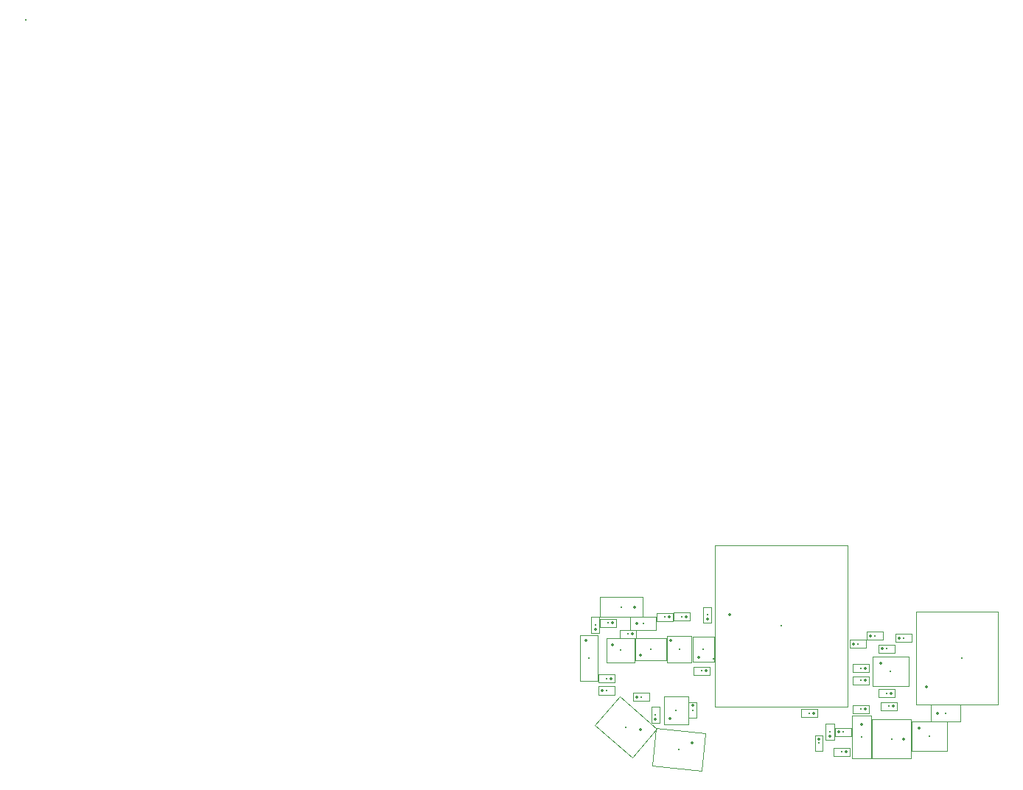
<source format=gbr>
%TF.GenerationSoftware,KiCad,Pcbnew,(6.0.0)*%
%TF.CreationDate,2022-03-23T01:13:25-05:00*%
%TF.ProjectId,temp sensor,74656d70-2073-4656-9e73-6f722e6b6963,0.3*%
%TF.SameCoordinates,Original*%
%TF.FileFunction,Component,L1,Top*%
%TF.FilePolarity,Positive*%
%FSLAX46Y46*%
G04 Gerber Fmt 4.6, Leading zero omitted, Abs format (unit mm)*
G04 Created by KiCad (PCBNEW (6.0.0)) date 2022-03-23 01:13:25*
%MOMM*%
%LPD*%
G01*
G04 APERTURE LIST*
%TA.AperFunction,ComponentMain*%
%ADD10C,0.300000*%
%TD*%
%TA.AperFunction,ComponentOutline,Courtyard*%
%ADD11C,0.100000*%
%TD*%
%TA.AperFunction,ComponentPin*%
%ADD12P,0.360000X4X0.000000*%
%TD*%
%TA.AperFunction,ComponentPin*%
%ADD13C,0.000000*%
%TD*%
G04 APERTURE END LIST*
D10*
%TO.C,"U5"*%
%TO.CFtp,"SOT-23-6"*%
%TO.CVal,"SN65220"*%
%TO.CLbN,"Package_TO_SOT_SMD"*%
%TO.CMnt,SMD*%
%TO.CRot,0*%
X152913080Y-94140020D03*
D11*
X154963079Y-95840019D02*
X150863081Y-95840019D01*
X150863081Y-92440021D01*
X154963079Y-92440021D01*
X154963079Y-95840019D01*
D12*
%TO.P,"U5","1"*%
X151775580Y-93190020D03*
D13*
%TO.P,"U5","2","GND"*%
X151775580Y-94140020D03*
%TO.P,"U5","3"*%
X151775580Y-95090020D03*
%TO.P,"U5","4","B"*%
X154050580Y-95090020D03*
%TO.P,"U5","5","GND"*%
X154050580Y-94140020D03*
%TO.P,"U5","6","A"*%
X154050580Y-93190020D03*
%TD*%
D10*
%TO.C,"U3"*%
%TO.CFtp,"Bosch_LGA-8_2.5x2.5mm_P0.65mm_ClockwisePinNumbering"*%
%TO.CVal,"BME280"*%
%TO.CLbN,"Package_LGA"*%
%TO.CMnt,SMD*%
%TO.CRot,0*%
X128632000Y-91630000D03*
D11*
X130041999Y-93169999D02*
X127222001Y-93169999D01*
X127222001Y-90090001D01*
X130041999Y-90090001D01*
X130041999Y-93169999D01*
D12*
%TO.P,"U3","1","GND"*%
X127657000Y-90605000D03*
D13*
%TO.P,"U3","2","CSB"*%
X128307000Y-90605000D03*
%TO.P,"U3","3","SDI"*%
X128957000Y-90605000D03*
%TO.P,"U3","4","SCK"*%
X129607000Y-90605000D03*
%TO.P,"U3","5","SDO"*%
X129607000Y-92655000D03*
%TO.P,"U3","6","VDDIO"*%
X128957000Y-92655000D03*
%TO.P,"U3","7","GND"*%
X128307000Y-92655000D03*
%TO.P,"U3","8","VDD"*%
X127657000Y-92655000D03*
%TD*%
D10*
%TO.C,"C2"*%
%TO.CFtp,"C_0402_1005Metric"*%
%TO.CVal,"0.1u"*%
%TO.CLbN,"Capacitor_SMD"*%
%TO.CMnt,SMD*%
%TO.CRot,-90*%
X144668000Y-102390000D03*
D11*
X145127999Y-103299999D02*
X144208001Y-103299999D01*
X144208001Y-101480001D01*
X145127999Y-101480001D01*
X145127999Y-103299999D01*
D12*
%TO.P,"C2","1"*%
X144668000Y-101910000D03*
D13*
%TO.P,"C2","2"*%
X144668000Y-102870000D03*
%TD*%
D10*
%TO.C,"L2"*%
%TO.CFtp,"L_Taiyo-Yuden_MD-4040"*%
%TO.CVal,"2.2uH"*%
%TO.CLbN,"Inductor_SMD"*%
%TO.CMnt,SMD*%
%TO.CRot,180*%
X153033000Y-101921000D03*
D11*
X155282999Y-104170999D02*
X150783001Y-104170999D01*
X150783001Y-99671001D01*
X155282999Y-99671001D01*
X155282999Y-104170999D01*
D12*
%TO.P,"L2","1"*%
X154433000Y-101921000D03*
D13*
%TO.P,"L2","2"*%
X151633000Y-101921000D03*
%TD*%
D10*
%TO.C,"R8"*%
%TO.CFtp,"R_0402_1005Metric"*%
%TO.CVal,"680k"*%
%TO.CLbN,"Resistor_SMD"*%
%TO.CMnt,SMD*%
%TO.CRot,0*%
X147478000Y-101110000D03*
D11*
X148407999Y-101579999D02*
X146548001Y-101579999D01*
X146548001Y-100640001D01*
X148407999Y-100640001D01*
X148407999Y-101579999D01*
D12*
%TO.P,"R8","1"*%
X146968000Y-101110000D03*
D13*
%TO.P,"R8","2"*%
X147988000Y-101110000D03*
%TD*%
D10*
%TO.C,"R1"*%
%TO.CFtp,"R_0402_1005Metric"*%
%TO.CVal,"499R"*%
%TO.CLbN,"Resistor_SMD"*%
%TO.CMnt,SMD*%
%TO.CRot,0*%
X151107760Y-90082220D03*
D11*
X152037759Y-90552219D02*
X150177761Y-90552219D01*
X150177761Y-89612221D01*
X152037759Y-89612221D01*
X152037759Y-90552219D01*
D12*
%TO.P,"R1","1"*%
X150597760Y-90082220D03*
D13*
%TO.P,"R1","2"*%
X151617760Y-90082220D03*
%TD*%
D10*
%TO.C,"R3"*%
%TO.CFtp,"R_0402_1005Metric"*%
%TO.CVal,"200"*%
%TO.CLbN,"Resistor_SMD"*%
%TO.CMnt,SMD*%
%TO.CRot,180*%
X120248000Y-94970000D03*
D11*
X121177999Y-95439999D02*
X119318001Y-95439999D01*
X119318001Y-94500001D01*
X121177999Y-94500001D01*
X121177999Y-95439999D01*
D12*
%TO.P,"R3","1"*%
X120758000Y-94970000D03*
D13*
%TO.P,"R3","2"*%
X119738000Y-94970000D03*
%TD*%
D10*
%TO.C,"R15"*%
%TO.CFtp,"R_0402_1005Metric"*%
%TO.CVal,"100"*%
%TO.CLbN,"Resistor_SMD"*%
%TO.CMnt,SMD*%
%TO.CRot,90*%
X118978000Y-88790000D03*
D11*
X119447999Y-89719999D02*
X118508001Y-89719999D01*
X118508001Y-87860001D01*
X119447999Y-87860001D01*
X119447999Y-89719999D01*
D12*
%TO.P,"R15","1"*%
X118978000Y-89300000D03*
D13*
%TO.P,"R15","2"*%
X118978000Y-88280000D03*
%TD*%
D10*
%TO.C,"R13"*%
%TO.CFtp,"R_0402_1005Metric"*%
%TO.CVal,"27"*%
%TO.CLbN,"Resistor_SMD"*%
%TO.CMnt,SMD*%
%TO.CRot,180*%
X149498000Y-95180000D03*
D11*
X150427999Y-95649999D02*
X148568001Y-95649999D01*
X148568001Y-94710001D01*
X150427999Y-94710001D01*
X150427999Y-95649999D01*
D12*
%TO.P,"R13","1"*%
X150008000Y-95180000D03*
D13*
%TO.P,"R13","2"*%
X148988000Y-95180000D03*
%TD*%
D10*
%TO.C,"U2"*%
%TO.CFtp,"SOT-23-5"*%
%TO.CVal,"TLV62569DBV"*%
%TO.CLbN,"Package_TO_SOT_SMD"*%
%TO.CMnt,SMD*%
%TO.CRot,0*%
X157358000Y-101630000D03*
D11*
X159407999Y-103329999D02*
X155308001Y-103329999D01*
X155308001Y-99930001D01*
X159407999Y-99930001D01*
X159407999Y-103329999D01*
D12*
%TO.P,"U2","1","EN"*%
X156220500Y-100680000D03*
D13*
%TO.P,"U2","2","GND"*%
X156220500Y-101630000D03*
%TO.P,"U2","3","SW"*%
X156220500Y-102580000D03*
%TO.P,"U2","4","VIN"*%
X158495500Y-102580000D03*
%TO.P,"U2","5","FB"*%
X158495500Y-100680000D03*
%TD*%
D10*
%TO.C,"U1"*%
%TO.CFtp,"Sensirion_DFN-4-1EP_2x2mm_P1mm_EP0.7x1.6mm"*%
%TO.CVal,"SHTC3"*%
%TO.CLbN,"Sensor_Humidity"*%
%TO.CMnt,SMD*%
%TO.CRot,90*%
X131408000Y-91640000D03*
D11*
X132657999Y-93089999D02*
X130158001Y-93089999D01*
X130158001Y-90190001D01*
X132657999Y-90190001D01*
X132657999Y-93089999D01*
D12*
%TO.P,"U1","1","VDD"*%
X130908000Y-92565000D03*
D13*
%TO.P,"U1","2","SCL"*%
X131908000Y-92565000D03*
%TO.P,"U1","3","SDA"*%
X131908000Y-90715000D03*
%TO.P,"U1","4","VSS"*%
X130908000Y-90715000D03*
%TO.P,"U1","5","GND"*%
X131408000Y-91640000D03*
%TD*%
D10*
%TO.C,"C8"*%
%TO.CFtp,"C_0805_2012Metric"*%
%TO.CVal,"4.7u"*%
%TO.CLbN,"Capacitor_SMD"*%
%TO.CMnt,SMD*%
%TO.CRot,0*%
X159207200Y-98948240D03*
D11*
X160907199Y-99928239D02*
X157507201Y-99928239D01*
X157507201Y-97968241D01*
X160907199Y-97968241D01*
X160907199Y-99928239D01*
D12*
%TO.P,"C8","1"*%
X158257200Y-98948240D03*
D13*
%TO.P,"C8","2"*%
X160157200Y-98948240D03*
%TD*%
D10*
%TO.C,"R11"*%
%TO.CFtp,"R_0402_1005Metric"*%
%TO.CVal,"15K"*%
%TO.CLbN,"Resistor_SMD"*%
%TO.CMnt,SMD*%
%TO.CRot,180*%
X152491440Y-96672400D03*
D11*
X153421439Y-97142399D02*
X151561441Y-97142399D01*
X151561441Y-96202401D01*
X153421439Y-96202401D01*
X153421439Y-97142399D01*
D12*
%TO.P,"R11","1"*%
X153001440Y-96672400D03*
D13*
%TO.P,"R11","2"*%
X151981440Y-96672400D03*
%TD*%
D10*
%TO.C,"R14"*%
%TO.CFtp,"R_0402_1005Metric"*%
%TO.CVal,"100"*%
%TO.CLbN,"Resistor_SMD"*%
%TO.CMnt,SMD*%
%TO.CRot,0*%
X120268000Y-96360000D03*
D11*
X121197999Y-96829999D02*
X119338001Y-96829999D01*
X119338001Y-95890001D01*
X121197999Y-95890001D01*
X121197999Y-96829999D01*
D12*
%TO.P,"R14","1"*%
X119758000Y-96360000D03*
D13*
%TO.P,"R14","2"*%
X120778000Y-96360000D03*
%TD*%
D10*
%TO.C,"R12"*%
%TO.CFtp,"R_0402_1005Metric"*%
%TO.CVal,"27"*%
%TO.CLbN,"Resistor_SMD"*%
%TO.CMnt,SMD*%
%TO.CRot,180*%
X149494240Y-93799660D03*
D11*
X150424239Y-94269659D02*
X148564241Y-94269659D01*
X148564241Y-93329661D01*
X150424239Y-93329661D01*
X150424239Y-94269659D01*
D12*
%TO.P,"R12","1"*%
X150004240Y-93799660D03*
D13*
%TO.P,"R12","2"*%
X148984240Y-93799660D03*
%TD*%
D10*
%TO.C,"R17"*%
%TO.CFtp,"R_0402_1005Metric"*%
%TO.CVal,"10K"*%
%TO.CLbN,"Resistor_SMD"*%
%TO.CMnt,SMD*%
%TO.CRot,180*%
X128908000Y-87870000D03*
D11*
X129837999Y-88339999D02*
X127978001Y-88339999D01*
X127978001Y-87400001D01*
X129837999Y-87400001D01*
X129837999Y-88339999D01*
D12*
%TO.P,"R17","1"*%
X129418000Y-87870000D03*
D13*
%TO.P,"R17","2"*%
X128398000Y-87870000D03*
%TD*%
D10*
%TO.C,"R2"*%
%TO.CFtp,"R_0402_1005Metric"*%
%TO.CVal,"499R"*%
%TO.CLbN,"Resistor_SMD"*%
%TO.CMnt,SMD*%
%TO.CRot,0*%
X149168000Y-90980000D03*
D11*
X150097999Y-91449999D02*
X148238001Y-91449999D01*
X148238001Y-90510001D01*
X150097999Y-90510001D01*
X150097999Y-91449999D01*
D12*
%TO.P,"R2","1"*%
X148658000Y-90980000D03*
D13*
%TO.P,"R2","2"*%
X149678000Y-90980000D03*
%TD*%
D10*
%TO.C,"C4"*%
%TO.CFtp,"C_0402_1005Metric"*%
%TO.CVal,"0.1u"*%
%TO.CLbN,"Capacitor_SMD"*%
%TO.CMnt,SMD*%
%TO.CRot,0*%
X124248000Y-97100000D03*
D11*
X125157999Y-97559999D02*
X123338001Y-97559999D01*
X123338001Y-96640001D01*
X125157999Y-96640001D01*
X125157999Y-97559999D01*
D12*
%TO.P,"C4","1"*%
X123768000Y-97100000D03*
D13*
%TO.P,"C4","2"*%
X124728000Y-97100000D03*
%TD*%
D10*
%TO.C,"J1"*%
%TO.CFtp,"USB_C_Receptacle_HRO_TYPE-C-31-M-12"*%
%TO.CVal,"USB_C_Receptacle_USB2.0"*%
%TO.CLbN,"Connector_USB"*%
%TO.CMnt,SMD*%
%TO.CRot,90*%
X161096960Y-92643960D03*
D11*
X165246959Y-97963959D02*
X155826961Y-97963959D01*
X155826961Y-87323961D01*
X165246959Y-87323961D01*
X165246959Y-97963959D01*
D12*
%TO.P,"J1","A1","GND"*%
X157051960Y-95893960D03*
D13*
%TO.P,"J1",*%
X158496960Y-89753960D03*
X158496960Y-95533960D03*
%TO.P,"J1","A4","VBUS"*%
X157051960Y-95093960D03*
%TO.P,"J1","A5","CC1"*%
X157051960Y-93893960D03*
%TO.P,"J1","A6","D+"*%
X157051960Y-92893960D03*
%TO.P,"J1","A7","D-"*%
X157051960Y-92393960D03*
%TO.P,"J1","A8","SBU1"*%
X157051960Y-91393960D03*
%TO.P,"J1","A9","VBUS"*%
X157051960Y-90193960D03*
%TO.P,"J1","A12","GND"*%
X157051960Y-89393960D03*
%TO.P,"J1","B1","GND"*%
X157051960Y-89393960D03*
%TO.P,"J1","B4","VBUS"*%
X157051960Y-90193960D03*
%TO.P,"J1","B5","CC2"*%
X157051960Y-90893960D03*
%TO.P,"J1","B6","D+"*%
X157051960Y-91893960D03*
%TO.P,"J1","B7","D-"*%
X157051960Y-93393960D03*
%TO.P,"J1","B8","SBU2"*%
X157051960Y-94393960D03*
%TO.P,"J1","B9","VBUS"*%
X157051960Y-95093960D03*
%TO.P,"J1","B12","GND"*%
X157051960Y-95893960D03*
%TO.P,"J1","S1","SHIELD"*%
X157966960Y-88323960D03*
X157966960Y-96963960D03*
X162146960Y-96963960D03*
X162146960Y-88323960D03*
%TD*%
D10*
%TO.C,"R5"*%
%TO.CFtp,"R_0402_1005Metric"*%
%TO.CVal,"10K"*%
%TO.CLbN,"Resistor_SMD"*%
%TO.CMnt,SMD*%
%TO.CRot,90*%
X125878000Y-99110000D03*
D11*
X126347999Y-100039999D02*
X125408001Y-100039999D01*
X125408001Y-98180001D01*
X126347999Y-98180001D01*
X126347999Y-100039999D01*
D12*
%TO.P,"R5","1"*%
X125878000Y-99620000D03*
D13*
%TO.P,"R5","2"*%
X125878000Y-98600000D03*
%TD*%
D10*
%TO.C,"R7"*%
%TO.CFtp,"R_0402_1005Metric"*%
%TO.CVal,"10K"*%
%TO.CLbN,"Resistor_SMD"*%
%TO.CMnt,SMD*%
%TO.CRot,180*%
X131238000Y-94100000D03*
D11*
X132167999Y-94569999D02*
X130308001Y-94569999D01*
X130308001Y-93630001D01*
X132167999Y-93630001D01*
X132167999Y-94569999D01*
D12*
%TO.P,"R7","1"*%
X131748000Y-94100000D03*
D13*
%TO.P,"R7","2"*%
X130728000Y-94100000D03*
%TD*%
D10*
%TO.C,"R19"*%
%TO.CFtp,"R_0402_1005Metric"*%
%TO.CVal,"5.1k"*%
%TO.CLbN,"Resistor_SMD"*%
%TO.CMnt,SMD*%
%TO.CRot,0*%
X154418000Y-90330000D03*
D11*
X155347999Y-90799999D02*
X153488001Y-90799999D01*
X153488001Y-89860001D01*
X155347999Y-89860001D01*
X155347999Y-90799999D01*
D12*
%TO.P,"R19","1"*%
X153908000Y-90330000D03*
D13*
%TO.P,"R19","2"*%
X154928000Y-90330000D03*
%TD*%
D10*
%TO.C,"C6"*%
%TO.CFtp,"C_0402_1005Metric"*%
%TO.CVal,"0.01u"*%
%TO.CLbN,"Capacitor_SMD"*%
%TO.CMnt,SMD*%
%TO.CRot,180*%
X149498000Y-98483840D03*
D11*
X150407999Y-98943839D02*
X148588001Y-98943839D01*
X148588001Y-98023841D01*
X150407999Y-98023841D01*
X150407999Y-98943839D01*
D12*
%TO.P,"C6","1"*%
X149978000Y-98483840D03*
D13*
%TO.P,"C6","2"*%
X149018000Y-98483840D03*
%TD*%
D10*
%TO.C,"SW2"*%
%TO.CFtp,"SW_Push_1P1T-MP_NO_Horizontal_TL6340"*%
%TO.CVal,"SW_Push_Right_Angle"*%
%TO.CLbN,"Twig"*%
%TO.CMnt,SMD*%
%TO.CRot,-6*%
X128575000Y-103150000D03*
D11*
X131620504Y-101247922D02*
X131165805Y-105574092D01*
X125536813Y-104982461D01*
X125991512Y-100656291D01*
X131620504Y-101247922D01*
D12*
%TO.P,"SW2","1","1"*%
X130066633Y-102351544D03*
D13*
%TO.P,"SW2",*%
X128689981Y-102056026D03*
%TO.P,"SW2","2","2"*%
X127281971Y-102058864D03*
%TO.P,"SW2","MP"*%
X126718186Y-103357044D03*
X130348191Y-103738573D03*
%TD*%
D10*
%TO.C,"R4"*%
%TO.CFtp,"R_0402_1005Metric"*%
%TO.CVal,"10K"*%
%TO.CLbN,"Resistor_SMD"*%
%TO.CMnt,SMD*%
%TO.CRot,-90*%
X130178000Y-98600000D03*
D11*
X130647999Y-99529999D02*
X129708001Y-99529999D01*
X129708001Y-97670001D01*
X130647999Y-97670001D01*
X130647999Y-99529999D01*
D12*
%TO.P,"R4","1"*%
X130178000Y-98090000D03*
D13*
%TO.P,"R4","2"*%
X130178000Y-99110000D03*
%TD*%
D10*
%TO.C,"C5"*%
%TO.CFtp,"C_0402_1005Metric"*%
%TO.CVal,"0.1u"*%
%TO.CLbN,"Capacitor_SMD"*%
%TO.CMnt,SMD*%
%TO.CRot,90*%
X131848000Y-87660000D03*
D11*
X132307999Y-88569999D02*
X131388001Y-88569999D01*
X131388001Y-86750001D01*
X132307999Y-86750001D01*
X132307999Y-88569999D01*
D12*
%TO.P,"C5","1"*%
X131848000Y-88140000D03*
D13*
%TO.P,"C5","2"*%
X131848000Y-87180000D03*
%TD*%
D10*
%TO.C,"R9"*%
%TO.CFtp,"R_0402_1005Metric"*%
%TO.CVal,"150K"*%
%TO.CLbN,"Resistor_SMD"*%
%TO.CMnt,SMD*%
%TO.CRot,180*%
X147318000Y-103400000D03*
D11*
X148247999Y-103869999D02*
X146388001Y-103869999D01*
X146388001Y-102930001D01*
X148247999Y-102930001D01*
X148247999Y-103869999D01*
D12*
%TO.P,"R9","1"*%
X147828000Y-103400000D03*
D13*
%TO.P,"R9","2"*%
X146808000Y-103400000D03*
%TD*%
D10*
%TO.C,"Q1"*%
%TO.CFtp,"SOT-363_SC-70-6"*%
%TO.CVal,"BC847BDW1"*%
%TO.CLbN,"Package_TO_SOT_SMD"*%
%TO.CMnt,SMD*%
%TO.CRot,90*%
X128248000Y-98650000D03*
D11*
X129647999Y-100249999D02*
X126848001Y-100249999D01*
X126848001Y-97050001D01*
X129647999Y-97050001D01*
X129647999Y-100249999D01*
D12*
%TO.P,"Q1","1","E1"*%
X127598000Y-99600000D03*
D13*
%TO.P,"Q1","2","B1"*%
X128248000Y-99600000D03*
%TO.P,"Q1","3","C2"*%
X128898000Y-99600000D03*
%TO.P,"Q1","4","E2"*%
X128898000Y-97700000D03*
%TO.P,"Q1","5","B2"*%
X128248000Y-97700000D03*
%TO.P,"Q1","6","C1"*%
X127598000Y-97700000D03*
%TD*%
D10*
%TO.C,"D2"*%
%TO.CFtp,"LED_Cree-PLCC6_4.7x1.5mm"*%
%TO.CVal,"QLS6A"*%
%TO.CLbN,"LED_SMD"*%
%TO.CMnt,SMD*%
%TO.CRot,-90*%
X118230000Y-92630000D03*
D11*
X119229999Y-95229999D02*
X117230001Y-95229999D01*
X117230001Y-90030001D01*
X119229999Y-90030001D01*
X119229999Y-95229999D01*
D12*
%TO.P,"D2","1","AB"*%
X117895000Y-90610000D03*
D13*
%TO.P,"D2","2","KB"*%
X118480000Y-91420000D03*
%TO.P,"D2","3","AR"*%
X118480000Y-92100000D03*
%TO.P,"D2","4","KR"*%
X118480000Y-93160000D03*
%TO.P,"D2","5","AG"*%
X118480000Y-93840000D03*
%TO.P,"D2","6","KR"*%
X117895000Y-94650000D03*
%TD*%
D10*
%TO.C,"C1"*%
%TO.CFtp,"C_0402_1005Metric"*%
%TO.CVal,"0.1u"*%
%TO.CLbN,"Capacitor_SMD"*%
%TO.CMnt,SMD*%
%TO.CRot,180*%
X120448000Y-88590000D03*
D11*
X121357999Y-89049999D02*
X119538001Y-89049999D01*
X119538001Y-88130001D01*
X121357999Y-88130001D01*
X121357999Y-89049999D01*
D12*
%TO.P,"C1","1"*%
X120928000Y-88590000D03*
D13*
%TO.P,"C1","2"*%
X119968000Y-88590000D03*
%TD*%
D10*
%TO.C,"R16"*%
%TO.CFtp,"R_0402_1005Metric"*%
%TO.CVal,"10K"*%
%TO.CLbN,"Resistor_SMD"*%
%TO.CMnt,SMD*%
%TO.CRot,180*%
X126958000Y-87910000D03*
D11*
X127887999Y-88379999D02*
X126028001Y-88379999D01*
X126028001Y-87440001D01*
X127887999Y-87440001D01*
X127887999Y-88379999D01*
D12*
%TO.P,"R16","1"*%
X127468000Y-87910000D03*
D13*
%TO.P,"R16","2"*%
X126448000Y-87910000D03*
%TD*%
D10*
%TO.C,"R6"*%
%TO.CFtp,"R_0402_1005Metric"*%
%TO.CVal,"NP"*%
%TO.CLbN,"Resistor_SMD"*%
%TO.CMnt,SMD*%
%TO.CRot,90*%
X145938000Y-101120000D03*
D11*
X146407999Y-102049999D02*
X145468001Y-102049999D01*
X145468001Y-100190001D01*
X146407999Y-100190001D01*
X146407999Y-102049999D01*
D12*
%TO.P,"R6","1"*%
X145938000Y-101630000D03*
D13*
%TO.P,"R6","2"*%
X145938000Y-100610000D03*
%TD*%
D10*
%TO.C,"SW1"*%
%TO.CFtp,"SW_Push_1P1T-MP_NO_Horizontal_TL6340"*%
%TO.CVal,"SW_Push_Right_Angle"*%
%TO.CLbN,"Twig"*%
%TO.CMnt,SMD*%
%TO.CRot,-41*%
X122475000Y-100600000D03*
D11*
X123206862Y-104071724D02*
X118935207Y-100358430D01*
X121789061Y-97075446D01*
X126060717Y-100788739D01*
X123206862Y-104071724D01*
D12*
%TO.P,"SW1","1","1"*%
X124154849Y-100801509D03*
D13*
%TO.P,"SW1",*%
X123196665Y-99769819D03*
%TO.P,"SW1","2","2"*%
X122041663Y-98964543D03*
%TO.P,"SW1","MP"*%
X120835231Y-99704576D03*
X123589921Y-102099192D03*
%TD*%
D10*
%TO.C,"R10"*%
%TO.CFtp,"R_0402_1005Metric"*%
%TO.CVal,"15K"*%
%TO.CLbN,"Resistor_SMD"*%
%TO.CMnt,SMD*%
%TO.CRot,0*%
X152478000Y-91570000D03*
D11*
X153407999Y-92039999D02*
X151548001Y-92039999D01*
X151548001Y-91100001D01*
X153407999Y-91100001D01*
X153407999Y-92039999D01*
D12*
%TO.P,"R10","1"*%
X151968000Y-91570000D03*
D13*
%TO.P,"R10","2"*%
X152988000Y-91570000D03*
%TD*%
D10*
%TO.C,"R20"*%
%TO.CFtp,"R_0402_1005Metric"*%
%TO.CVal,"5.1k"*%
%TO.CLbN,"Resistor_SMD"*%
%TO.CMnt,SMD*%
%TO.CRot,180*%
X152676860Y-98160840D03*
D11*
X153606859Y-98630839D02*
X151746861Y-98630839D01*
X151746861Y-97690841D01*
X153606859Y-97690841D01*
X153606859Y-98630839D01*
D12*
%TO.P,"R20","1"*%
X153186860Y-98160840D03*
D13*
%TO.P,"R20","2"*%
X152166860Y-98160840D03*
%TD*%
D10*
%TO.C,"IC1"*%
%TO.CFtp,"ESP32C3MINI1"*%
%TO.CVal,"ESP32-C3-MINI-1"*%
%TO.CLbN,"Twig"*%
%TO.CMnt,SMD*%
%TO.CRot,0*%
X140330000Y-88940000D03*
D11*
X147929999Y-98239999D02*
X132730001Y-98239999D01*
X132730001Y-79640001D01*
X147929999Y-79640001D01*
X147929999Y-98239999D01*
D12*
%TO.P,"IC1","1","GND_1"*%
X134430000Y-87640000D03*
D13*
%TO.P,"IC1","2","GND_2"*%
X134430000Y-88440000D03*
%TO.P,"IC1","3","3V3"*%
X134430000Y-89240000D03*
%TO.P,"IC1","4","NC_1"*%
X134430000Y-90040000D03*
%TO.P,"IC1","5","IO2"*%
X134430000Y-90840000D03*
%TO.P,"IC1","6","IO3"*%
X134430000Y-91640000D03*
%TO.P,"IC1","7","NC_2"*%
X134430000Y-92440000D03*
%TO.P,"IC1","8","EN"*%
X134430000Y-93240000D03*
%TO.P,"IC1","9","NC_3"*%
X134430000Y-94040000D03*
%TO.P,"IC1","10","NC_4"*%
X134430000Y-94840000D03*
%TO.P,"IC1","11","GND_3"*%
X134430000Y-95640000D03*
%TO.P,"IC1","12","IO0"*%
X135530000Y-96540000D03*
%TO.P,"IC1","13","IO1"*%
X136330000Y-96540000D03*
%TO.P,"IC1","14","GND_4"*%
X137130000Y-96540000D03*
%TO.P,"IC1","15","NC_5"*%
X137930000Y-96540000D03*
%TO.P,"IC1","16","IO10"*%
X138730000Y-96540000D03*
%TO.P,"IC1","17","NC_6"*%
X139530000Y-96540000D03*
%TO.P,"IC1","18","IO4"*%
X140330000Y-96540000D03*
%TO.P,"IC1","19","IO5"*%
X141130000Y-96540000D03*
%TO.P,"IC1","20","IO6"*%
X141930000Y-96540000D03*
%TO.P,"IC1","21","IO7"*%
X142730000Y-96540000D03*
%TO.P,"IC1","22","IO8"*%
X143530000Y-96540000D03*
%TO.P,"IC1","23","IO9"*%
X144330000Y-96540000D03*
%TO.P,"IC1","24","NC_7"*%
X145130000Y-96540000D03*
%TO.P,"IC1","25","NC_8"*%
X146230000Y-95640000D03*
%TO.P,"IC1","26","IO18"*%
X146230000Y-94840000D03*
%TO.P,"IC1","27","IO19"*%
X146230000Y-94040000D03*
%TO.P,"IC1","28","NC_9"*%
X146230000Y-93240000D03*
%TO.P,"IC1","29","NC_10"*%
X146230000Y-92440000D03*
%TO.P,"IC1","30","RXD0"*%
X146230000Y-91640000D03*
%TO.P,"IC1","31","TXD0"*%
X146230000Y-90840000D03*
%TO.P,"IC1","32","NC_11"*%
X146230000Y-90040000D03*
%TO.P,"IC1","33","NC_12"*%
X146230000Y-89240000D03*
%TO.P,"IC1","34","NC_13"*%
X146230000Y-88440000D03*
%TO.P,"IC1","35","NC_14"*%
X146230000Y-87640000D03*
%TO.P,"IC1","36","GND_5"*%
X145130000Y-86740000D03*
%TO.P,"IC1","37","GND_6"*%
X144330000Y-86740000D03*
%TO.P,"IC1","38","GND_7"*%
X143530000Y-86740000D03*
%TO.P,"IC1","39","GND_8"*%
X142730000Y-86740000D03*
%TO.P,"IC1","40","GND_9"*%
X141930000Y-86740000D03*
%TO.P,"IC1","41","GND_10"*%
X141130000Y-86740000D03*
%TO.P,"IC1","42","GND_11"*%
X140330000Y-86740000D03*
%TO.P,"IC1","43","GND_12"*%
X139530000Y-86740000D03*
%TO.P,"IC1","44","GND_13"*%
X138730000Y-86740000D03*
%TO.P,"IC1","45","GND_14"*%
X137930000Y-86740000D03*
%TO.P,"IC1","46","GND_15"*%
X137130000Y-86740000D03*
%TO.P,"IC1","47","GND_16"*%
X136330000Y-86740000D03*
%TO.P,"IC1","48","GND_17"*%
X135530000Y-86740000D03*
%TO.P,"IC1","49","GND_18"*%
X140330000Y-91640000D03*
%TO.P,"IC1","50","GND_19"*%
X146280000Y-86690000D03*
%TO.P,"IC1","51","GND_20"*%
X146280000Y-96590000D03*
%TO.P,"IC1","52","GND_21"*%
X134380000Y-96590000D03*
%TO.P,"IC1","53","GND_22"*%
X134380000Y-86690000D03*
%TO.P,"IC1","54","GND_23"*%
X138355000Y-89665000D03*
%TO.P,"IC1","55","GND_24"*%
X138355000Y-91640000D03*
%TO.P,"IC1","56","GND_25"*%
X138355000Y-93615000D03*
%TO.P,"IC1","57","GND_26"*%
X140330000Y-93615000D03*
%TO.P,"IC1","58","GND_27"*%
X142305000Y-93615000D03*
%TO.P,"IC1","59","GND_28"*%
X142305000Y-91640000D03*
%TO.P,"IC1","60","GND_29"*%
X142305000Y-89665000D03*
%TO.P,"IC1","61","GND_30"*%
X140330000Y-89665000D03*
%TD*%
D10*
%TO.C,"LOGO1"*%
%TO.CFtp,"FabDrawing-2Layer-Metric"*%
%TO.CVal,"Logo_Open_Hardware_Small"*%
%TO.CLbN,"Twig"*%
%TO.CMnt,TH*%
%TO.CRot,0*%
X53550000Y-19330000D03*
%TD*%
%TO.C,"R21"*%
%TO.CFtp,"R_0402_1005Metric"*%
%TO.CVal,"10K"*%
%TO.CLbN,"Resistor_SMD"*%
%TO.CMnt,SMD*%
%TO.CRot,180*%
X143538000Y-98950000D03*
D11*
X144467999Y-99419999D02*
X142608001Y-99419999D01*
X142608001Y-98480001D01*
X144467999Y-98480001D01*
X144467999Y-99419999D01*
D12*
%TO.P,"R21","1"*%
X144048000Y-98950000D03*
D13*
%TO.P,"R21","2"*%
X143028000Y-98950000D03*
%TD*%
D10*
%TO.C,"C3"*%
%TO.CFtp,"C_1206_3216Metric_Pad1.42x1.75mm_HandSolder"*%
%TO.CVal,"10u"*%
%TO.CLbN,"Capacitor_SMD"*%
%TO.CMnt,SMD*%
%TO.CRot,180*%
X121978000Y-86760000D03*
D11*
X124427999Y-87879999D02*
X119528001Y-87879999D01*
X119528001Y-85640001D01*
X124427999Y-85640001D01*
X124427999Y-87879999D01*
D12*
%TO.P,"C3","1"*%
X123465500Y-86760000D03*
D13*
%TO.P,"C3","2"*%
X120490500Y-86760000D03*
%TD*%
D10*
%TO.C,"C9"*%
%TO.CFtp,"C_1206_3216Metric_Pad1.42x1.75mm_HandSolder"*%
%TO.CVal,"10u"*%
%TO.CLbN,"Capacitor_SMD"*%
%TO.CMnt,SMD*%
%TO.CRot,-90*%
X149598000Y-101700000D03*
D11*
X150717999Y-104149999D02*
X148478001Y-104149999D01*
X148478001Y-99250001D01*
X150717999Y-99250001D01*
X150717999Y-104149999D01*
D12*
%TO.P,"C9","1"*%
X149598000Y-100212500D03*
D13*
%TO.P,"C9","2"*%
X149598000Y-103187500D03*
%TD*%
D10*
%TO.C,"C10"*%
%TO.CFtp,"C_0402_1005Metric"*%
%TO.CVal,"0.1u"*%
%TO.CLbN,"Capacitor_SMD"*%
%TO.CMnt,SMD*%
%TO.CRot,180*%
X122728000Y-89860000D03*
D11*
X123637999Y-90319999D02*
X121818001Y-90319999D01*
X121818001Y-89400001D01*
X123637999Y-89400001D01*
X123637999Y-90319999D01*
D12*
%TO.P,"C10","1"*%
X123208000Y-89860000D03*
D13*
%TO.P,"C10","2"*%
X122248000Y-89860000D03*
%TD*%
D10*
%TO.C,"U6"*%
%TO.CFtp,"PSON80P310X200X110-8N"*%
%TO.CVal,"AS7341-DLGT"*%
%TO.CLbN,"Twig"*%
%TO.CMnt,TH*%
%TO.CRot,90*%
X125358000Y-91630000D03*
D11*
X127157999Y-92879999D02*
X123558001Y-92879999D01*
X123558001Y-90380001D01*
X127157999Y-90380001D01*
X127157999Y-92879999D01*
D12*
%TO.P,"U6","1","VDD"*%
X124158000Y-92270000D03*
D13*
%TO.P,"U6","2","SCL"*%
X124958000Y-92270000D03*
%TO.P,"U6","3","GND"*%
X125758000Y-92270000D03*
%TO.P,"U6","4","LDR"*%
X126558000Y-92270000D03*
%TO.P,"U6","5","PGND"*%
X126558000Y-90990000D03*
%TO.P,"U6","6","GPIO"*%
X125758000Y-90990000D03*
%TO.P,"U6","7","INT"*%
X124958000Y-90990000D03*
%TO.P,"U6","8","SDA"*%
X124158000Y-90990000D03*
%TD*%
D10*
%TO.C,"C7"*%
%TO.CFtp,"C_0603_1608Metric"*%
%TO.CVal,"1u"*%
%TO.CLbN,"Capacitor_SMD"*%
%TO.CMnt,SMD*%
%TO.CRot,0*%
X124498000Y-88650000D03*
D11*
X125977999Y-89379999D02*
X123018001Y-89379999D01*
X123018001Y-87920001D01*
X125977999Y-87920001D01*
X125977999Y-89379999D01*
D12*
%TO.P,"C7","1"*%
X123723000Y-88650000D03*
D13*
%TO.P,"C7","2"*%
X125273000Y-88650000D03*
%TD*%
D10*
%TO.C,"SYM1"*%
%TO.CFtp,"Sensor Keepout block"*%
%TO.CVal,"SYM_Arrow_Normal"*%
%TO.CLbN,"Twig"*%
%TO.CMnt,Other*%
%TO.CRot,0*%
X132578000Y-92720000D03*
%TD*%
%TO.C,"U4"*%
%TO.CFtp,"SOT-353_SC-70-5"*%
%TO.CVal,"MIC5365-3.3YC5"*%
%TO.CLbN,"Package_TO_SOT_SMD"*%
%TO.CMnt,SMD*%
%TO.CRot,0*%
X121898000Y-91730000D03*
D11*
X123497999Y-93129999D02*
X120298001Y-93129999D01*
X120298001Y-90330001D01*
X123497999Y-90330001D01*
X123497999Y-93129999D01*
D12*
%TO.P,"U4","1","VIN"*%
X120948000Y-91080000D03*
D13*
%TO.P,"U4","2","GND"*%
X120948000Y-91730000D03*
%TO.P,"U4","3","EN"*%
X120948000Y-92380000D03*
%TO.P,"U4","4","NC"*%
X122848000Y-92380000D03*
%TO.P,"U4","5","VOUT"*%
X122848000Y-91080000D03*
%TD*%
M02*

</source>
